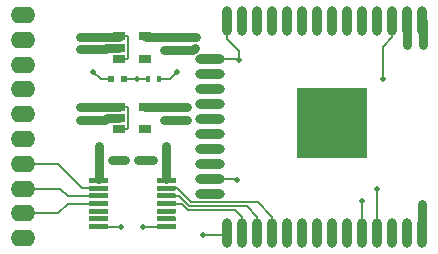
<source format=gbr>
%TF.GenerationSoftware,KiCad,Pcbnew,(5.1.9)-1*%
%TF.CreationDate,2022-04-05T10:11:24-05:00*%
%TF.ProjectId,iPod Bluetooth I2C Bridge,69506f64-2042-46c7-9565-746f6f746820,rev?*%
%TF.SameCoordinates,Original*%
%TF.FileFunction,Copper,L1,Top*%
%TF.FilePolarity,Positive*%
%FSLAX46Y46*%
G04 Gerber Fmt 4.6, Leading zero omitted, Abs format (unit mm)*
G04 Created by KiCad (PCBNEW (5.1.9)-1) date 2022-04-05 10:11:24*
%MOMM*%
%LPD*%
G01*
G04 APERTURE LIST*
%TA.AperFunction,SMDPad,CuDef*%
%ADD10O,0.900000X2.500000*%
%TD*%
%TA.AperFunction,SMDPad,CuDef*%
%ADD11O,2.500000X0.900000*%
%TD*%
%TA.AperFunction,SMDPad,CuDef*%
%ADD12R,6.000000X6.000000*%
%TD*%
%TA.AperFunction,ComponentPad*%
%ADD13O,2.100000X1.400000*%
%TD*%
%TA.AperFunction,SMDPad,CuDef*%
%ADD14R,0.400000X0.600000*%
%TD*%
%TA.AperFunction,SMDPad,CuDef*%
%ADD15R,0.500000X0.600000*%
%TD*%
%TA.AperFunction,SMDPad,CuDef*%
%ADD16R,0.600000X0.500000*%
%TD*%
%TA.AperFunction,SMDPad,CuDef*%
%ADD17R,1.060000X0.650000*%
%TD*%
%TA.AperFunction,ViaPad*%
%ADD18C,0.508000*%
%TD*%
%TA.AperFunction,Conductor*%
%ADD19C,0.152400*%
%TD*%
%TA.AperFunction,Conductor*%
%ADD20C,0.762000*%
%TD*%
G04 APERTURE END LIST*
D10*
%TO.P,MD1,38*%
%TO.N,GND*%
X68250000Y-49500000D03*
%TO.P,MD1,37*%
%TO.N,N/C*%
X66980000Y-49500000D03*
%TO.P,MD1,36*%
X65710000Y-49500000D03*
%TO.P,MD1,35*%
%TO.N,TX*%
X64440000Y-49500000D03*
%TO.P,MD1,34*%
%TO.N,RX*%
X63170000Y-49500000D03*
%TO.P,MD1,33*%
%TO.N,N/C*%
X61900000Y-49500000D03*
%TO.P,MD1,32*%
X60630000Y-49500000D03*
%TO.P,MD1,31*%
X59360000Y-49500000D03*
%TO.P,MD1,30*%
X58090000Y-49500000D03*
%TO.P,MD1,29*%
X56820000Y-49500000D03*
%TO.P,MD1,28*%
%TO.N,IIS_SD_3v3*%
X55550000Y-49500000D03*
%TO.P,MD1,27*%
%TO.N,IIS_WS_3v3*%
X54280000Y-49500000D03*
%TO.P,MD1,26*%
%TO.N,IIS_BCLK_3v3*%
X53010000Y-49500000D03*
%TO.P,MD1,25*%
%TO.N,ESP_BOOT*%
X51740000Y-49500000D03*
D11*
%TO.P,MD1,24*%
%TO.N,N/C*%
X50250000Y-46215000D03*
%TO.P,MD1,23*%
%TO.N,+3V3*%
X50250000Y-44945000D03*
%TO.P,MD1,22*%
%TO.N,N/C*%
X50250000Y-43675000D03*
%TO.P,MD1,21*%
X50250000Y-42405000D03*
%TO.P,MD1,20*%
X50250000Y-41135000D03*
%TO.P,MD1,19*%
X50250000Y-39865000D03*
%TO.P,MD1,18*%
X50250000Y-38595000D03*
%TO.P,MD1,17*%
X50250000Y-37325000D03*
%TO.P,MD1,16*%
X50250000Y-36055000D03*
%TO.P,MD1,15*%
%TO.N,GND*%
X50250000Y-34785000D03*
D10*
%TO.P,MD1,14*%
X51740000Y-31500000D03*
%TO.P,MD1,13*%
%TO.N,N/C*%
X53010000Y-31500000D03*
%TO.P,MD1,12*%
X54280000Y-31500000D03*
%TO.P,MD1,11*%
X55550000Y-31500000D03*
%TO.P,MD1,10*%
X56820000Y-31500000D03*
%TO.P,MD1,9*%
X58090000Y-31500000D03*
%TO.P,MD1,8*%
X59360000Y-31500000D03*
%TO.P,MD1,7*%
X60630000Y-31500000D03*
%TO.P,MD1,6*%
X61900000Y-31500000D03*
%TO.P,MD1,5*%
X63170000Y-31500000D03*
%TO.P,MD1,4*%
X64440000Y-31500000D03*
%TO.P,MD1,3*%
%TO.N,RST*%
X65710000Y-31500000D03*
%TO.P,MD1,2*%
%TO.N,+3V3*%
X66980000Y-31500000D03*
%TO.P,MD1,1*%
%TO.N,GND*%
X68250000Y-31500000D03*
D12*
%TO.P,MD1,39*%
X60550000Y-40200000D03*
%TD*%
D13*
%TO.P,J1,10*%
%TO.N,GND*%
X34417000Y-49920000D03*
%TO.P,J1,9*%
%TO.N,IIS_BCLK_1v8*%
X34417000Y-47820000D03*
%TO.P,J1,8*%
%TO.N,IIS_WS_1v8*%
X34417000Y-45720000D03*
%TO.P,J1,7*%
%TO.N,IIS_SD_1v8*%
X34417000Y-43620000D03*
%TO.P,J1,6*%
%TO.N,RX*%
X34417000Y-41520000D03*
%TO.P,J1,5*%
%TO.N,TX*%
X34417000Y-39420000D03*
%TO.P,J1,4*%
%TO.N,GND*%
X34417000Y-37320000D03*
%TO.P,J1,3*%
%TO.N,ESP_BOOT*%
X34417000Y-35220000D03*
%TO.P,J1,2*%
%TO.N,RST*%
X34417000Y-33120000D03*
%TO.P,J1,1*%
%TO.N,+BATT*%
X34417000Y-31020000D03*
%TD*%
D14*
%TO.P,R1,2*%
%TO.N,+3V3*%
X45916000Y-36449000D03*
%TO.P,R1,1*%
%TO.N,RST*%
X45016000Y-36449000D03*
%TD*%
D15*
%TO.P,C3,2*%
%TO.N,+3V3*%
X46355000Y-32851000D03*
%TO.P,C3,1*%
%TO.N,GND*%
X46355000Y-33951000D03*
%TD*%
D16*
%TO.P,C1,1*%
%TO.N,RST*%
X42968000Y-36449000D03*
%TO.P,C1,2*%
%TO.N,GND*%
X41868000Y-36449000D03*
%TD*%
D17*
%TO.P,U1,1*%
%TO.N,+BATT*%
X42588000Y-32832000D03*
%TO.P,U1,2*%
%TO.N,GND*%
X42588000Y-33782000D03*
%TO.P,U1,3*%
%TO.N,+BATT*%
X42588000Y-34732000D03*
%TO.P,U1,4*%
%TO.N,N/C*%
X44788000Y-34732000D03*
%TO.P,U1,5*%
%TO.N,+3V3*%
X44788000Y-32832000D03*
%TD*%
D15*
%TO.P,C2,1*%
%TO.N,+BATT*%
X40259000Y-32851000D03*
%TO.P,C2,2*%
%TO.N,GND*%
X40259000Y-33951000D03*
%TD*%
%TO.P,C6,1*%
%TO.N,GND*%
X47625000Y-33951000D03*
%TO.P,C6,2*%
%TO.N,+3V3*%
X47625000Y-32851000D03*
%TD*%
%TO.P,C7,1*%
%TO.N,+BATT*%
X40259000Y-38820000D03*
%TO.P,C7,2*%
%TO.N,GND*%
X40259000Y-39920000D03*
%TD*%
%TO.P,C8,2*%
%TO.N,+1V8*%
X46355000Y-38820000D03*
%TO.P,C8,1*%
%TO.N,GND*%
X46355000Y-39920000D03*
%TD*%
%TO.P,C9,2*%
%TO.N,+1V8*%
X47498000Y-38820000D03*
%TO.P,C9,1*%
%TO.N,GND*%
X47498000Y-39920000D03*
%TD*%
D16*
%TO.P,C10,2*%
%TO.N,GND*%
X41952000Y-43307000D03*
%TO.P,C10,1*%
%TO.N,+1V8*%
X40852000Y-43307000D03*
%TD*%
%TO.P,C11,1*%
%TO.N,GND*%
X45424000Y-43307000D03*
%TO.P,C11,2*%
%TO.N,+3V3*%
X46524000Y-43307000D03*
%TD*%
D17*
%TO.P,U2,5*%
%TO.N,+1V8*%
X44788000Y-38801000D03*
%TO.P,U2,4*%
%TO.N,N/C*%
X44788000Y-40701000D03*
%TO.P,U2,3*%
%TO.N,+BATT*%
X42588000Y-40701000D03*
%TO.P,U2,2*%
%TO.N,GND*%
X42588000Y-39751000D03*
%TO.P,U2,1*%
%TO.N,+BATT*%
X42588000Y-38801000D03*
%TD*%
%TO.P,U3,14*%
%TO.N,+3V3*%
%TA.AperFunction,SMDPad,CuDef*%
G36*
G01*
X45773000Y-45224500D02*
X45773000Y-44855500D01*
G75*
G02*
X45793500Y-44835000I20500J0D01*
G01*
X47322500Y-44835000D01*
G75*
G02*
X47343000Y-44855500I0J-20500D01*
G01*
X47343000Y-45224500D01*
G75*
G02*
X47322500Y-45245000I-20500J0D01*
G01*
X45793500Y-45245000D01*
G75*
G02*
X45773000Y-45224500I0J20500D01*
G01*
G37*
%TD.AperFunction*%
%TO.P,U3,13*%
%TO.N,IIS_SD_3v3*%
%TA.AperFunction,SMDPad,CuDef*%
G36*
G01*
X45773000Y-45874500D02*
X45773000Y-45505500D01*
G75*
G02*
X45793500Y-45485000I20500J0D01*
G01*
X47322500Y-45485000D01*
G75*
G02*
X47343000Y-45505500I0J-20500D01*
G01*
X47343000Y-45874500D01*
G75*
G02*
X47322500Y-45895000I-20500J0D01*
G01*
X45793500Y-45895000D01*
G75*
G02*
X45773000Y-45874500I0J20500D01*
G01*
G37*
%TD.AperFunction*%
%TO.P,U3,12*%
%TO.N,IIS_WS_3v3*%
%TA.AperFunction,SMDPad,CuDef*%
G36*
G01*
X45773000Y-46524500D02*
X45773000Y-46155500D01*
G75*
G02*
X45793500Y-46135000I20500J0D01*
G01*
X47322500Y-46135000D01*
G75*
G02*
X47343000Y-46155500I0J-20500D01*
G01*
X47343000Y-46524500D01*
G75*
G02*
X47322500Y-46545000I-20500J0D01*
G01*
X45793500Y-46545000D01*
G75*
G02*
X45773000Y-46524500I0J20500D01*
G01*
G37*
%TD.AperFunction*%
%TO.P,U3,11*%
%TO.N,IIS_BCLK_3v3*%
%TA.AperFunction,SMDPad,CuDef*%
G36*
G01*
X45773000Y-47174500D02*
X45773000Y-46805500D01*
G75*
G02*
X45793500Y-46785000I20500J0D01*
G01*
X47322500Y-46785000D01*
G75*
G02*
X47343000Y-46805500I0J-20500D01*
G01*
X47343000Y-47174500D01*
G75*
G02*
X47322500Y-47195000I-20500J0D01*
G01*
X45793500Y-47195000D01*
G75*
G02*
X45773000Y-47174500I0J20500D01*
G01*
G37*
%TD.AperFunction*%
%TO.P,U3,10*%
%TO.N,N/C*%
%TA.AperFunction,SMDPad,CuDef*%
G36*
G01*
X45773000Y-47824500D02*
X45773000Y-47455500D01*
G75*
G02*
X45793500Y-47435000I20500J0D01*
G01*
X47322500Y-47435000D01*
G75*
G02*
X47343000Y-47455500I0J-20500D01*
G01*
X47343000Y-47824500D01*
G75*
G02*
X47322500Y-47845000I-20500J0D01*
G01*
X45793500Y-47845000D01*
G75*
G02*
X45773000Y-47824500I0J20500D01*
G01*
G37*
%TD.AperFunction*%
%TO.P,U3,9*%
%TA.AperFunction,SMDPad,CuDef*%
G36*
G01*
X45773000Y-48474500D02*
X45773000Y-48105500D01*
G75*
G02*
X45793500Y-48085000I20500J0D01*
G01*
X47322500Y-48085000D01*
G75*
G02*
X47343000Y-48105500I0J-20500D01*
G01*
X47343000Y-48474500D01*
G75*
G02*
X47322500Y-48495000I-20500J0D01*
G01*
X45793500Y-48495000D01*
G75*
G02*
X45773000Y-48474500I0J20500D01*
G01*
G37*
%TD.AperFunction*%
%TO.P,U3,8*%
%TO.N,+3V3*%
%TA.AperFunction,SMDPad,CuDef*%
G36*
G01*
X45773000Y-49124500D02*
X45773000Y-48755500D01*
G75*
G02*
X45793500Y-48735000I20500J0D01*
G01*
X47322500Y-48735000D01*
G75*
G02*
X47343000Y-48755500I0J-20500D01*
G01*
X47343000Y-49124500D01*
G75*
G02*
X47322500Y-49145000I-20500J0D01*
G01*
X45793500Y-49145000D01*
G75*
G02*
X45773000Y-49124500I0J20500D01*
G01*
G37*
%TD.AperFunction*%
%TO.P,U3,7*%
%TO.N,GND*%
%TA.AperFunction,SMDPad,CuDef*%
G36*
G01*
X40033000Y-49124500D02*
X40033000Y-48755500D01*
G75*
G02*
X40053500Y-48735000I20500J0D01*
G01*
X41582500Y-48735000D01*
G75*
G02*
X41603000Y-48755500I0J-20500D01*
G01*
X41603000Y-49124500D01*
G75*
G02*
X41582500Y-49145000I-20500J0D01*
G01*
X40053500Y-49145000D01*
G75*
G02*
X40033000Y-49124500I0J20500D01*
G01*
G37*
%TD.AperFunction*%
%TO.P,U3,6*%
%TO.N,N/C*%
%TA.AperFunction,SMDPad,CuDef*%
G36*
G01*
X40033000Y-48474500D02*
X40033000Y-48105500D01*
G75*
G02*
X40053500Y-48085000I20500J0D01*
G01*
X41582500Y-48085000D01*
G75*
G02*
X41603000Y-48105500I0J-20500D01*
G01*
X41603000Y-48474500D01*
G75*
G02*
X41582500Y-48495000I-20500J0D01*
G01*
X40053500Y-48495000D01*
G75*
G02*
X40033000Y-48474500I0J20500D01*
G01*
G37*
%TD.AperFunction*%
%TO.P,U3,5*%
%TA.AperFunction,SMDPad,CuDef*%
G36*
G01*
X40033000Y-47824500D02*
X40033000Y-47455500D01*
G75*
G02*
X40053500Y-47435000I20500J0D01*
G01*
X41582500Y-47435000D01*
G75*
G02*
X41603000Y-47455500I0J-20500D01*
G01*
X41603000Y-47824500D01*
G75*
G02*
X41582500Y-47845000I-20500J0D01*
G01*
X40053500Y-47845000D01*
G75*
G02*
X40033000Y-47824500I0J20500D01*
G01*
G37*
%TD.AperFunction*%
%TO.P,U3,4*%
%TO.N,IIS_BCLK_1v8*%
%TA.AperFunction,SMDPad,CuDef*%
G36*
G01*
X40033000Y-47174500D02*
X40033000Y-46805500D01*
G75*
G02*
X40053500Y-46785000I20500J0D01*
G01*
X41582500Y-46785000D01*
G75*
G02*
X41603000Y-46805500I0J-20500D01*
G01*
X41603000Y-47174500D01*
G75*
G02*
X41582500Y-47195000I-20500J0D01*
G01*
X40053500Y-47195000D01*
G75*
G02*
X40033000Y-47174500I0J20500D01*
G01*
G37*
%TD.AperFunction*%
%TO.P,U3,3*%
%TO.N,IIS_WS_1v8*%
%TA.AperFunction,SMDPad,CuDef*%
G36*
G01*
X40033000Y-46524500D02*
X40033000Y-46155500D01*
G75*
G02*
X40053500Y-46135000I20500J0D01*
G01*
X41582500Y-46135000D01*
G75*
G02*
X41603000Y-46155500I0J-20500D01*
G01*
X41603000Y-46524500D01*
G75*
G02*
X41582500Y-46545000I-20500J0D01*
G01*
X40053500Y-46545000D01*
G75*
G02*
X40033000Y-46524500I0J20500D01*
G01*
G37*
%TD.AperFunction*%
%TO.P,U3,2*%
%TO.N,IIS_SD_1v8*%
%TA.AperFunction,SMDPad,CuDef*%
G36*
G01*
X40033000Y-45874500D02*
X40033000Y-45505500D01*
G75*
G02*
X40053500Y-45485000I20500J0D01*
G01*
X41582500Y-45485000D01*
G75*
G02*
X41603000Y-45505500I0J-20500D01*
G01*
X41603000Y-45874500D01*
G75*
G02*
X41582500Y-45895000I-20500J0D01*
G01*
X40053500Y-45895000D01*
G75*
G02*
X40033000Y-45874500I0J20500D01*
G01*
G37*
%TD.AperFunction*%
%TO.P,U3,1*%
%TO.N,+1V8*%
%TA.AperFunction,SMDPad,CuDef*%
G36*
G01*
X40033000Y-45224500D02*
X40033000Y-44855500D01*
G75*
G02*
X40053500Y-44835000I20500J0D01*
G01*
X41582500Y-44835000D01*
G75*
G02*
X41603000Y-44855500I0J-20500D01*
G01*
X41603000Y-45224500D01*
G75*
G02*
X41582500Y-45245000I-20500J0D01*
G01*
X40053500Y-45245000D01*
G75*
G02*
X40033000Y-45224500I0J20500D01*
G01*
G37*
%TD.AperFunction*%
%TD*%
D18*
%TO.N,+BATT*%
X39242948Y-38820000D03*
%TO.N,GND*%
X39242948Y-39878052D03*
X61341000Y-41656000D03*
X59817000Y-41656000D03*
X59461400Y-38633400D03*
X62001400Y-41224200D03*
X60579000Y-41808400D03*
X61696600Y-38633400D03*
X59156600Y-41224200D03*
X62509400Y-40665400D03*
X58648600Y-40665400D03*
X68326000Y-33528000D03*
X40386000Y-35814000D03*
X68250026Y-47041026D03*
X42754000Y-48940000D03*
X49022000Y-33782000D03*
X48345007Y-39919993D03*
X52705000Y-34798000D03*
X43053158Y-43307000D03*
X44196000Y-43307000D03*
X39242948Y-33909052D03*
%TO.N,+3V3*%
X66929000Y-33528000D03*
X52577984Y-44958000D03*
X44622000Y-48940050D03*
X49063983Y-32851017D03*
X46523976Y-42079010D03*
X47498000Y-35814000D03*
%TO.N,+1V8*%
X40851990Y-42079010D03*
X48283020Y-38800990D03*
%TO.N,TX*%
X64440024Y-45720000D03*
%TO.N,RX*%
X63170000Y-46812000D03*
%TO.N,+BATT*%
X39242948Y-32851000D03*
%TO.N,ESP_BOOT*%
X49657000Y-49657000D03*
%TO.N,RST*%
X44069004Y-36449000D03*
X64897000Y-36449000D03*
%TD*%
D19*
%TO.N,GND*%
X50237000Y-34798000D02*
X50250000Y-34785000D01*
D20*
X68326000Y-31576000D02*
X68250000Y-31500000D01*
X68326000Y-33528000D02*
X68326000Y-31576000D01*
D19*
X34435000Y-37338000D02*
X34417000Y-37320000D01*
X41021000Y-36449000D02*
X40386000Y-35814000D01*
X41868000Y-36449000D02*
X41021000Y-36449000D01*
D20*
X68250000Y-49500000D02*
X68250000Y-47041052D01*
X68250000Y-47041052D02*
X68250026Y-47041026D01*
D19*
X40818000Y-48940000D02*
X42754000Y-48940000D01*
D20*
X48853000Y-33951000D02*
X49022000Y-33782000D01*
X46355000Y-33951000D02*
X48853000Y-33951000D01*
X46355000Y-39920000D02*
X48345000Y-39920000D01*
X48345000Y-39920000D02*
X48345007Y-39919993D01*
D19*
X50250000Y-34785000D02*
X52692000Y-34785000D01*
X52692000Y-34785000D02*
X52705000Y-34798000D01*
X51740000Y-31500000D02*
X51740000Y-33071000D01*
X52705000Y-34036000D02*
X52705000Y-34798000D01*
X51740000Y-33071000D02*
X52705000Y-34036000D01*
D20*
X41952000Y-43307000D02*
X43053158Y-43307000D01*
X45424000Y-43307000D02*
X44196000Y-43307000D01*
X39242948Y-33909052D02*
X41401948Y-33909052D01*
X41529000Y-33782000D02*
X42588000Y-33782000D01*
X41401948Y-33909052D02*
X41529000Y-33782000D01*
X39242948Y-39878052D02*
X41401948Y-39878052D01*
X41529000Y-39751000D02*
X42588000Y-39751000D01*
X41401948Y-39878052D02*
X41529000Y-39751000D01*
%TO.N,+3V3*%
X66929000Y-31551000D02*
X66980000Y-31500000D01*
X66929000Y-33528000D02*
X66929000Y-31551000D01*
D19*
X46609000Y-36449000D02*
X45916000Y-36449000D01*
X50250000Y-44945000D02*
X52564984Y-44945000D01*
X52564984Y-44945000D02*
X52577984Y-44958000D01*
X46558000Y-48940000D02*
X44622050Y-48940000D01*
X44622050Y-48940000D02*
X44622000Y-48940050D01*
D20*
X44807017Y-32851017D02*
X44788000Y-32832000D01*
X49063983Y-32851017D02*
X44807017Y-32851017D01*
X46524000Y-42079034D02*
X46523976Y-42079010D01*
X46524000Y-43307000D02*
X46524000Y-42079034D01*
D19*
X46863000Y-36449000D02*
X47498000Y-35814000D01*
X46609000Y-36449000D02*
X46863000Y-36449000D01*
D20*
X46524000Y-44917590D02*
X46558000Y-44951590D01*
X46524000Y-43307000D02*
X46524000Y-44917590D01*
%TO.N,+1V8*%
X40852000Y-43307000D02*
X40852000Y-42079020D01*
X40852000Y-42079020D02*
X40851990Y-42079010D01*
X40852000Y-44917590D02*
X40818000Y-44951590D01*
X40852000Y-43307000D02*
X40852000Y-44917590D01*
X48283010Y-38801000D02*
X48283020Y-38800990D01*
X44788000Y-38801000D02*
X48283010Y-38801000D01*
D19*
%TO.N,RX*%
X63119000Y-49449000D02*
X63170000Y-49500000D01*
%TO.N,TX*%
X35102000Y-39420000D02*
X34417000Y-39420000D01*
X64440000Y-45720024D02*
X64440024Y-45720000D01*
X64440000Y-49500000D02*
X64440000Y-45720024D01*
%TO.N,RX*%
X63170000Y-49500000D02*
X63170000Y-46812000D01*
%TO.N,IIS_SD_1v8*%
X40818000Y-45690000D02*
X39467000Y-45690000D01*
X37397000Y-43620000D02*
X34417000Y-43620000D01*
X39467000Y-45690000D02*
X37397000Y-43620000D01*
%TO.N,IIS_WS_1v8*%
X40818000Y-46340000D02*
X38212000Y-46340000D01*
X37592000Y-45720000D02*
X34417000Y-45720000D01*
X38212000Y-46340000D02*
X37592000Y-45720000D01*
%TO.N,IIS_BCLK_1v8*%
X40818000Y-46990000D02*
X38227000Y-46990000D01*
X37397000Y-47820000D02*
X34417000Y-47820000D01*
X38227000Y-46990000D02*
X37397000Y-47820000D01*
%TO.N,IIS_SD_3v3*%
X48644742Y-46893609D02*
X47441133Y-45690000D01*
X55550000Y-48097600D02*
X54346009Y-46893609D01*
X55550000Y-49500000D02*
X55550000Y-48097600D01*
X54346009Y-46893609D02*
X48644742Y-46893609D01*
X47441133Y-45690000D02*
X46558000Y-45690000D01*
%TO.N,IIS_WS_3v3*%
X54280000Y-48097600D02*
X54280000Y-49500000D01*
X48518485Y-47198419D02*
X53380820Y-47198420D01*
X47660066Y-46340000D02*
X48518485Y-47198419D01*
X53380820Y-47198420D02*
X54280000Y-48097600D01*
X46558000Y-46340000D02*
X47660066Y-46340000D01*
%TO.N,IIS_BCLK_3v3*%
X48392230Y-47503230D02*
X47879000Y-46990000D01*
X53010000Y-48097600D02*
X52415630Y-47503230D01*
X53010000Y-49500000D02*
X53010000Y-48097600D01*
X52415630Y-47503230D02*
X48392230Y-47503230D01*
X47879000Y-46990000D02*
X46558000Y-46990000D01*
%TO.N,+BATT*%
X43346601Y-40624799D02*
X43270400Y-40701000D01*
X43346601Y-38877201D02*
X43346601Y-40624799D01*
X43270400Y-40701000D02*
X42588000Y-40701000D01*
X43270400Y-38801000D02*
X43346601Y-38877201D01*
X42588000Y-38801000D02*
X43270400Y-38801000D01*
X43270400Y-32832000D02*
X42588000Y-32832000D01*
X43346601Y-32908201D02*
X43270400Y-32832000D01*
X43346601Y-34655799D02*
X43346601Y-32908201D01*
X43270400Y-34732000D02*
X43346601Y-34655799D01*
X42588000Y-34732000D02*
X43270400Y-34732000D01*
D20*
X42569000Y-32851000D02*
X42588000Y-32832000D01*
X39242948Y-32851000D02*
X42569000Y-32851000D01*
X42569000Y-38820000D02*
X42588000Y-38801000D01*
X39242948Y-38820000D02*
X42569000Y-38820000D01*
D19*
%TO.N,ESP_BOOT*%
X51583000Y-49657000D02*
X51740000Y-49500000D01*
X49657000Y-49657000D02*
X51583000Y-49657000D01*
%TO.N,RST*%
X42968000Y-36449000D02*
X43942000Y-36449000D01*
X45016000Y-36449000D02*
X44069004Y-36449000D01*
X64897000Y-33715400D02*
X64897000Y-36449000D01*
X65710000Y-32902400D02*
X64897000Y-33715400D01*
X65710000Y-31500000D02*
X65710000Y-32902400D01*
%TD*%
M02*

</source>
